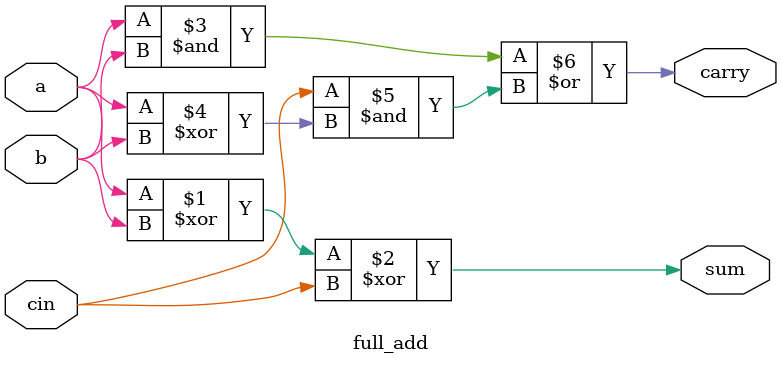
<source format=v>
module full_add(sum,carry,a,b,cin);
input a,b,cin;
output sum,carry;
assign sum=a^b^cin;
assign carry=(a & b) | (cin & (a ^ b));
endmodule
</source>
